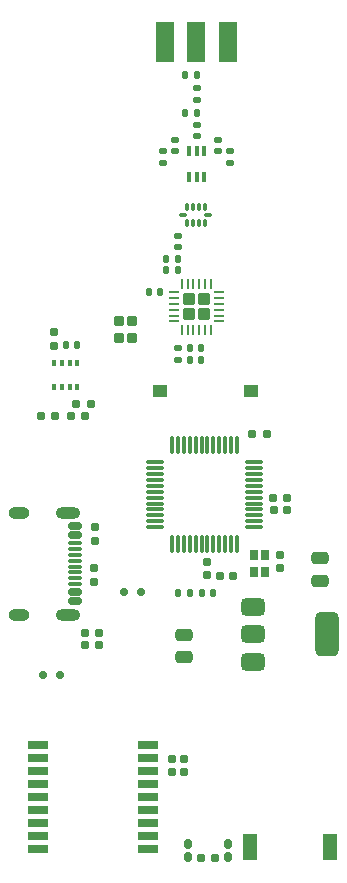
<source format=gtp>
G04 #@! TF.GenerationSoftware,KiCad,Pcbnew,8.0.1*
G04 #@! TF.CreationDate,2025-06-08T13:02:34-04:00*
G04 #@! TF.ProjectId,Topaz,546f7061-7a2e-46b6-9963-61645f706362,rev?*
G04 #@! TF.SameCoordinates,Original*
G04 #@! TF.FileFunction,Paste,Top*
G04 #@! TF.FilePolarity,Positive*
%FSLAX46Y46*%
G04 Gerber Fmt 4.6, Leading zero omitted, Abs format (unit mm)*
G04 Created by KiCad (PCBNEW 8.0.1) date 2025-06-08 13:02:34*
%MOMM*%
%LPD*%
G01*
G04 APERTURE LIST*
G04 Aperture macros list*
%AMRoundRect*
0 Rectangle with rounded corners*
0 $1 Rounding radius*
0 $2 $3 $4 $5 $6 $7 $8 $9 X,Y pos of 4 corners*
0 Add a 4 corners polygon primitive as box body*
4,1,4,$2,$3,$4,$5,$6,$7,$8,$9,$2,$3,0*
0 Add four circle primitives for the rounded corners*
1,1,$1+$1,$2,$3*
1,1,$1+$1,$4,$5*
1,1,$1+$1,$6,$7*
1,1,$1+$1,$8,$9*
0 Add four rect primitives between the rounded corners*
20,1,$1+$1,$2,$3,$4,$5,0*
20,1,$1+$1,$4,$5,$6,$7,0*
20,1,$1+$1,$6,$7,$8,$9,0*
20,1,$1+$1,$8,$9,$2,$3,0*%
G04 Aperture macros list end*
%ADD10R,1.800000X0.800000*%
%ADD11RoundRect,0.160000X-0.160000X0.222500X-0.160000X-0.222500X0.160000X-0.222500X0.160000X0.222500X0*%
%ADD12RoundRect,0.155000X0.155000X-0.212500X0.155000X0.212500X-0.155000X0.212500X-0.155000X-0.212500X0*%
%ADD13RoundRect,0.155000X-0.212500X-0.155000X0.212500X-0.155000X0.212500X0.155000X-0.212500X0.155000X0*%
%ADD14R,1.168400X2.209800*%
%ADD15RoundRect,0.160000X-0.160000X0.197500X-0.160000X-0.197500X0.160000X-0.197500X0.160000X0.197500X0*%
%ADD16RoundRect,0.140000X0.140000X0.170000X-0.140000X0.170000X-0.140000X-0.170000X0.140000X-0.170000X0*%
%ADD17RoundRect,0.135000X0.135000X0.185000X-0.135000X0.185000X-0.135000X-0.185000X0.135000X-0.185000X0*%
%ADD18RoundRect,0.140000X-0.170000X0.140000X-0.170000X-0.140000X0.170000X-0.140000X0.170000X0.140000X0*%
%ADD19RoundRect,0.147500X-0.172500X0.147500X-0.172500X-0.147500X0.172500X-0.147500X0.172500X0.147500X0*%
%ADD20RoundRect,0.075000X0.075000X-0.225000X0.075000X0.225000X-0.075000X0.225000X-0.075000X-0.225000X0*%
%ADD21RoundRect,0.075000X0.237500X-0.075000X0.237500X0.075000X-0.237500X0.075000X-0.237500X-0.075000X0*%
%ADD22RoundRect,0.160000X-0.197500X-0.160000X0.197500X-0.160000X0.197500X0.160000X-0.197500X0.160000X0*%
%ADD23R,1.500000X3.500000*%
%ADD24RoundRect,0.250000X0.475000X-0.250000X0.475000X0.250000X-0.475000X0.250000X-0.475000X-0.250000X0*%
%ADD25RoundRect,0.140000X-0.140000X-0.170000X0.140000X-0.170000X0.140000X0.170000X-0.140000X0.170000X0*%
%ADD26RoundRect,0.155000X-0.155000X0.212500X-0.155000X-0.212500X0.155000X-0.212500X0.155000X0.212500X0*%
%ADD27RoundRect,0.050000X0.150000X-0.400000X0.150000X0.400000X-0.150000X0.400000X-0.150000X-0.400000X0*%
%ADD28RoundRect,0.140000X0.170000X-0.140000X0.170000X0.140000X-0.170000X0.140000X-0.170000X-0.140000X0*%
%ADD29RoundRect,0.135000X-0.185000X0.135000X-0.185000X-0.135000X0.185000X-0.135000X0.185000X0.135000X0*%
%ADD30RoundRect,0.250000X-0.275000X-0.275000X0.275000X-0.275000X0.275000X0.275000X-0.275000X0.275000X0*%
%ADD31RoundRect,0.062500X-0.350000X-0.062500X0.350000X-0.062500X0.350000X0.062500X-0.350000X0.062500X0*%
%ADD32RoundRect,0.062500X-0.062500X-0.350000X0.062500X-0.350000X0.062500X0.350000X-0.062500X0.350000X0*%
%ADD33RoundRect,0.155000X0.212500X0.155000X-0.212500X0.155000X-0.212500X-0.155000X0.212500X-0.155000X0*%
%ADD34RoundRect,0.075000X0.662500X0.075000X-0.662500X0.075000X-0.662500X-0.075000X0.662500X-0.075000X0*%
%ADD35RoundRect,0.075000X0.075000X0.662500X-0.075000X0.662500X-0.075000X-0.662500X0.075000X-0.662500X0*%
%ADD36RoundRect,0.079000X-0.316000X0.366000X-0.316000X-0.366000X0.316000X-0.366000X0.316000X0.366000X0*%
%ADD37RoundRect,0.147500X0.147500X0.172500X-0.147500X0.172500X-0.147500X-0.172500X0.147500X-0.172500X0*%
%ADD38RoundRect,0.160000X0.160000X-0.197500X0.160000X0.197500X-0.160000X0.197500X-0.160000X-0.197500X0*%
%ADD39R,0.700000X0.850000*%
%ADD40R,1.250000X1.000000*%
%ADD41RoundRect,0.147500X0.172500X-0.147500X0.172500X0.147500X-0.172500X0.147500X-0.172500X-0.147500X0*%
%ADD42RoundRect,0.150000X-0.150000X-0.200000X0.150000X-0.200000X0.150000X0.200000X-0.150000X0.200000X0*%
%ADD43R,0.350000X0.500000*%
%ADD44RoundRect,0.150000X-0.425000X0.150000X-0.425000X-0.150000X0.425000X-0.150000X0.425000X0.150000X0*%
%ADD45RoundRect,0.075000X-0.500000X0.075000X-0.500000X-0.075000X0.500000X-0.075000X0.500000X0.075000X0*%
%ADD46O,2.100000X1.000000*%
%ADD47O,1.800000X1.000000*%
%ADD48RoundRect,0.160000X0.197500X0.160000X-0.197500X0.160000X-0.197500X-0.160000X0.197500X-0.160000X0*%
%ADD49RoundRect,0.375000X-0.625000X-0.375000X0.625000X-0.375000X0.625000X0.375000X-0.625000X0.375000X0*%
%ADD50RoundRect,0.500000X-0.500000X-1.400000X0.500000X-1.400000X0.500000X1.400000X-0.500000X1.400000X0*%
G04 APERTURE END LIST*
D10*
X167500000Y-107200000D03*
X167500000Y-106100000D03*
X167500000Y-105000000D03*
X167500000Y-103900000D03*
X167500000Y-102800000D03*
X167500000Y-101700000D03*
X167500000Y-100600000D03*
X167500000Y-99500000D03*
X167500000Y-98400000D03*
X158185000Y-98400000D03*
X158185000Y-99500000D03*
X158185000Y-100600000D03*
X158185000Y-101700000D03*
X158185000Y-102800000D03*
X158185000Y-103900000D03*
X158185000Y-105000000D03*
X158185000Y-106100000D03*
X158185000Y-107200000D03*
D11*
X170856596Y-106723050D03*
X170856596Y-107868050D03*
X174268339Y-106735829D03*
X174268339Y-107880829D03*
D12*
X169500000Y-100637538D03*
X169500000Y-99502538D03*
X170486991Y-100642630D03*
X170486991Y-99507630D03*
D13*
X171974425Y-107906443D03*
X173109425Y-107906443D03*
D14*
X182865500Y-107000000D03*
X176134500Y-107000000D03*
D15*
X163000000Y-79902500D03*
X163000000Y-81097500D03*
D16*
X171575556Y-44835393D03*
X170615556Y-44835393D03*
D17*
X171000000Y-85500000D03*
X169980000Y-85500000D03*
D18*
X173363907Y-47120589D03*
X173363907Y-48080589D03*
D13*
X173546743Y-84014938D03*
X174681743Y-84014938D03*
D19*
X170000000Y-55246201D03*
X170000000Y-56216201D03*
D20*
X170750000Y-54200000D03*
X171250000Y-54200000D03*
X171750000Y-54200000D03*
X172250000Y-54200000D03*
D21*
X172562500Y-53500000D03*
D20*
X172250000Y-52800000D03*
X171750000Y-52800000D03*
X171250000Y-52800000D03*
X170750000Y-52800000D03*
D21*
X170437500Y-53500000D03*
D22*
X158402500Y-70500000D03*
X159597500Y-70500000D03*
D23*
X174266373Y-38837975D03*
X171566373Y-38837975D03*
X168866373Y-38837975D03*
D24*
X182000000Y-84450000D03*
X182000000Y-82550000D03*
D25*
X171020000Y-64747409D03*
X171980000Y-64747409D03*
X169020000Y-58140985D03*
X169980000Y-58140985D03*
D26*
X172500000Y-82865000D03*
X172500000Y-84000000D03*
D27*
X170932096Y-50276849D03*
X171582096Y-50276849D03*
X172232096Y-50276849D03*
X172232096Y-48076849D03*
X171582096Y-48076849D03*
X170932096Y-48076849D03*
D13*
X178089579Y-78432384D03*
X179224579Y-78432384D03*
D28*
X171572341Y-46801272D03*
X171572341Y-45841272D03*
D29*
X174378902Y-48085242D03*
X174378902Y-49105242D03*
D30*
X170912500Y-60600000D03*
X170912500Y-61900000D03*
X172212500Y-60600000D03*
X172212500Y-61900000D03*
D31*
X169625000Y-60000000D03*
X169625000Y-60500000D03*
X169625000Y-61000000D03*
X169625000Y-61500000D03*
X169625000Y-62000000D03*
X169625000Y-62500000D03*
D32*
X170312500Y-63187500D03*
X170812500Y-63187500D03*
X171312500Y-63187500D03*
X171812500Y-63187500D03*
X172312500Y-63187500D03*
X172812500Y-63187500D03*
D31*
X173500000Y-62500000D03*
X173500000Y-62000000D03*
X173500000Y-61500000D03*
X173500000Y-61000000D03*
X173500000Y-60500000D03*
X173500000Y-60000000D03*
D32*
X172812500Y-59312500D03*
X172312500Y-59312500D03*
X171812500Y-59312500D03*
X171312500Y-59312500D03*
X170812500Y-59312500D03*
X170312500Y-59312500D03*
D25*
X171000970Y-65727634D03*
X171960970Y-65727634D03*
D33*
X163282857Y-89911817D03*
X162147857Y-89911817D03*
D34*
X176412500Y-79912500D03*
X176412500Y-79412500D03*
X176412500Y-78912500D03*
X176412500Y-78412500D03*
X176412500Y-77912500D03*
X176412500Y-77412500D03*
X176412500Y-76912500D03*
X176412500Y-76412500D03*
X176412500Y-75912500D03*
X176412500Y-75412500D03*
X176412500Y-74912500D03*
X176412500Y-74412500D03*
D35*
X175000000Y-73000000D03*
X174500000Y-73000000D03*
X174000000Y-73000000D03*
X173500000Y-73000000D03*
X173000000Y-73000000D03*
X172500000Y-73000000D03*
X172000000Y-73000000D03*
X171500000Y-73000000D03*
X171000000Y-73000000D03*
X170500000Y-73000000D03*
X170000000Y-73000000D03*
X169500000Y-73000000D03*
D34*
X168087500Y-74412500D03*
X168087500Y-74912500D03*
X168087500Y-75412500D03*
X168087500Y-75912500D03*
X168087500Y-76412500D03*
X168087500Y-76912500D03*
X168087500Y-77412500D03*
X168087500Y-77912500D03*
X168087500Y-78412500D03*
X168087500Y-78912500D03*
X168087500Y-79412500D03*
X168087500Y-79912500D03*
D35*
X169500000Y-81325000D03*
X170000000Y-81325000D03*
X170500000Y-81325000D03*
X171000000Y-81325000D03*
X171500000Y-81325000D03*
X172000000Y-81325000D03*
X172500000Y-81325000D03*
X173000000Y-81325000D03*
X173500000Y-81325000D03*
X174000000Y-81325000D03*
X174500000Y-81325000D03*
X175000000Y-81325000D03*
D19*
X169961020Y-64760267D03*
X169961020Y-65730267D03*
D36*
X165000000Y-62500000D03*
X165000000Y-63930000D03*
X166130000Y-63930000D03*
X166130000Y-62500000D03*
D37*
X172985000Y-85500000D03*
X172015000Y-85500000D03*
D38*
X159500000Y-64597500D03*
X159500000Y-63402500D03*
D39*
X177405767Y-83695588D03*
X177405767Y-82245588D03*
X176405767Y-82245588D03*
X176405767Y-83695588D03*
D22*
X160902500Y-70500000D03*
X162097500Y-70500000D03*
D40*
X168471443Y-68345995D03*
X176221443Y-68345995D03*
D22*
X176305000Y-72000000D03*
X177500000Y-72000000D03*
D41*
X171585607Y-43720488D03*
X171585607Y-42750488D03*
D42*
X159985894Y-92463015D03*
X158585894Y-92463015D03*
D25*
X160520000Y-64500000D03*
X161480000Y-64500000D03*
D16*
X171577111Y-41673144D03*
X170617111Y-41673144D03*
D25*
X167520000Y-60000000D03*
X168480000Y-60000000D03*
D15*
X162930078Y-83399212D03*
X162930078Y-84594212D03*
D29*
X168759660Y-48081644D03*
X168759660Y-49101644D03*
D43*
X161475000Y-68025000D03*
X160825000Y-68025000D03*
X160175000Y-68025000D03*
X159525000Y-68025000D03*
X159525000Y-65975000D03*
X160175000Y-65975000D03*
X160825000Y-65975000D03*
X161475000Y-65975000D03*
D18*
X169774808Y-47126496D03*
X169774808Y-48086496D03*
D24*
X170500000Y-90950000D03*
X170500000Y-89050000D03*
D25*
X169020000Y-57171566D03*
X169980000Y-57171566D03*
D44*
X161288452Y-79799646D03*
X161288452Y-80599646D03*
D45*
X161288452Y-81749646D03*
X161288452Y-82749646D03*
X161288452Y-83249646D03*
X161288452Y-84249646D03*
D44*
X161288452Y-85399646D03*
X161288452Y-86199646D03*
X161288452Y-86199646D03*
X161288452Y-85399646D03*
D45*
X161288452Y-84749646D03*
X161288452Y-83749646D03*
X161288452Y-82249646D03*
X161288452Y-81249646D03*
D44*
X161288452Y-80599646D03*
X161288452Y-79799646D03*
D46*
X160713452Y-78679646D03*
D47*
X156533452Y-78679646D03*
D46*
X160713452Y-87319646D03*
D47*
X156533452Y-87319646D03*
D13*
X178071501Y-77415025D03*
X179206501Y-77415025D03*
D22*
X162111277Y-88870574D03*
X163306277Y-88870574D03*
D48*
X162597500Y-69500000D03*
X161402500Y-69500000D03*
D26*
X178679447Y-82247291D03*
X178679447Y-83382291D03*
D42*
X166864124Y-85410598D03*
X165464124Y-85410598D03*
D49*
X176350000Y-86700000D03*
X176350000Y-89000000D03*
D50*
X182650000Y-89000000D03*
D49*
X176350000Y-91300000D03*
M02*

</source>
